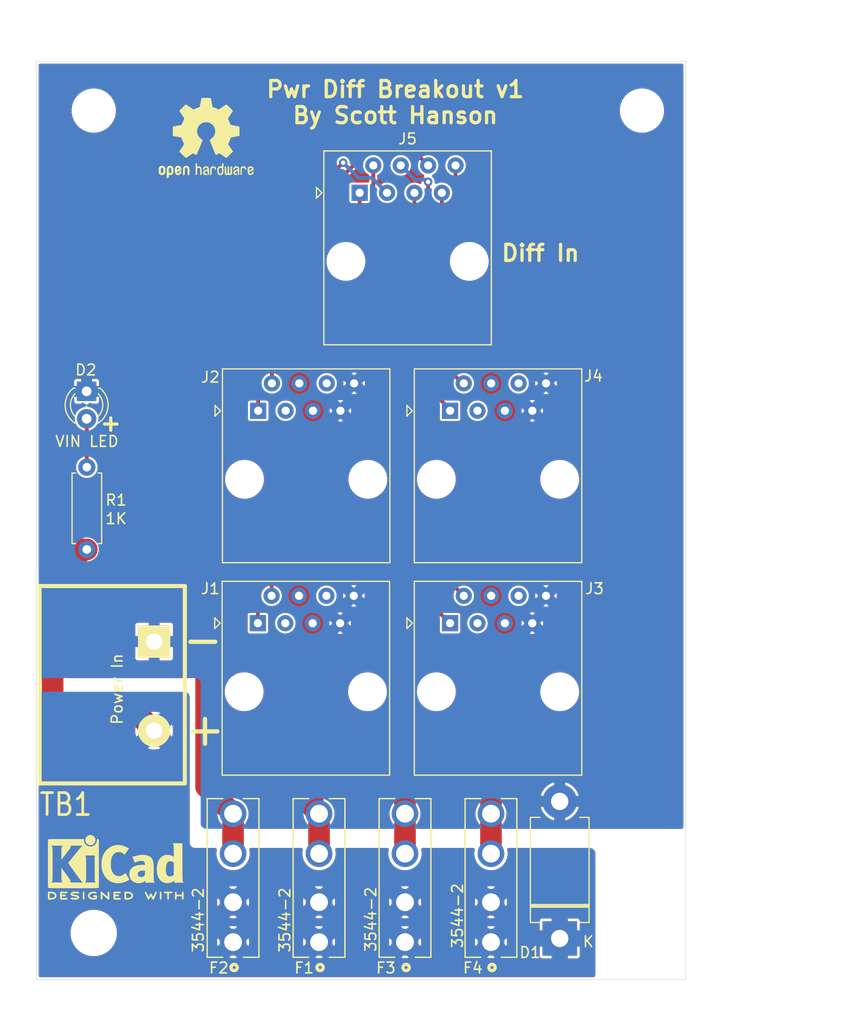
<source format=kicad_pcb>
(kicad_pcb (version 20171130) (host pcbnew "(5.1.5)-3")
  (title_block (title "Pwr Diff Breakout") (date 2020-04-19) (rev v1) (company "Scott Hanson"))
  (layers (0 F.Cu signal) (31 B.Cu signal) (34 B.Paste user) (35 F.Paste user) (36 B.SilkS user) (37 F.SilkS user) (38 B.Mask user) (39 F.Mask user) (44 Edge.Cuts user))
  (net 0 "")
  (net 1 GND)
  (net 2 VIN1)
  (net 3 "Net-(D2-Pad2)")
  (net 4 VOUT1)
  (net 5 VOUT2)
  (net 6 VOUT3)
  (net 7 VOUT4)
  (net 8 "Net-(J1-Pad6)")
  (net 9 "Net-(J1-Pad3)")
  (net 10 "Net-(J1-Pad2)")
  (net 11 "Net-(J1-Pad1)")
  (net 12 "Net-(J2-Pad6)")
  (net 13 "Net-(J2-Pad3)")
  (net 14 "Net-(J2-Pad2)")
  (net 15 "Net-(J2-Pad1)")
  (net 16 "Net-(J3-Pad6)")
  (net 17 "Net-(J3-Pad3)")
  (net 18 "Net-(J3-Pad2)")
  (net 19 "Net-(J3-Pad1)")
  (net 20 "Net-(J4-Pad6)")
  (net 21 "Net-(J4-Pad3)")
  (net 22 "Net-(J4-Pad2)")
  (net 23 "Net-(J4-Pad1)")
  (module MountingHole:MountingHole_3.7mm (layer F.Cu) (at 76.691 149.4198)
    (fp_text reference REF**)
    (fp_text value MountingHole_3.7mm)
    (pad 1 np_thru_hole circle (at 0 0) (size 3.7 3.7) (drill 3.7) (layers *.Cu *.Mask))
  )
  (module Connector_RJ:RJ45_Amphenol_54602-x08_Horizontal (layer F.Cu) (at 101.329 80.8398)
    (fp_text reference J5 (at 4.445 -5) (layer F.SilkS))
    (fp_text value RJ45)
    (pad 8 thru_hole circle (at 8.89 -2.54) (size 1.5 1.5) (drill 0.76) (layers *.Cu *.Mask) (net 22 "Net-(J4-Pad2)"))
    (pad 7 thru_hole circle (at 7.62 0) (size 1.5 1.5) (drill 0.76) (layers *.Cu *.Mask) (net 23 "Net-(J4-Pad1)"))
    (pad 6 thru_hole circle (at 6.35 -2.54) (size 1.5 1.5) (drill 0.76) (layers *.Cu *.Mask) (net 14 "Net-(J2-Pad2)"))
    (pad 5 thru_hole circle (at 5.08 0) (size 1.5 1.5) (drill 0.76) (layers *.Cu *.Mask) (net 19 "Net-(J3-Pad1)"))
    (pad 4 thru_hole circle (at 3.81 -2.54) (size 1.5 1.5) (drill 0.76) (layers *.Cu *.Mask) (net 18 "Net-(J3-Pad2)"))
    (pad 3 thru_hole circle (at 2.54 0) (size 1.5 1.5) (drill 0.76) (layers *.Cu *.Mask) (net 15 "Net-(J2-Pad1)"))
    (pad 2 thru_hole circle (at 1.27 -2.54) (size 1.5 1.5) (drill 0.76) (layers *.Cu *.Mask) (net 10 "Net-(J1-Pad2)"))
    (pad 1 thru_hole rect (at 0 0) (size 1.5 1.5) (drill 0.76) (layers *.Cu *.Mask) (net 11 "Net-(J1-Pad1)"))
    (pad "" np_thru_hole circle (at -1.27 6.35) (size 3.2 3.2) (drill 3.2) (layers *.Cu *.Mask))
    (pad "" np_thru_hole circle (at 10.16 6.35) (size 3.2 3.2) (drill 3.2) (layers *.Cu *.Mask))
  )
  (module Barrier_Blocks:BARRIER_BLOCK_1ROW_2POS_P8.26MM (layer F.Cu) (at 78.401 126.4178 270)
    (fp_text reference TB1 (at 11.1 4.3 180) (layer F.SilkS) (effects (font (size 2.032 1.778) (thickness 0.254))))
    (fp_text value "Power In" (at 0.4064 -0.4572 90) (layer F.SilkS) (effects (font (thickness 0.1524))))
    (pad 1 thru_hole rect (at -3.99796 -3.8862 270) (size 3 3) (drill 1.5) (layers *.Cu *.Mask F.SilkS) (net 1 GND))
    (pad 2 thru_hole circle (at 4.25196 -3.8862 270) (size 3 3) (drill 1.5) (layers *.Cu *.Mask F.SilkS) (net 2 VIN1))
  )
  (module Symbol:KiCad-Logo2_5mm_SilkScreen (layer F.Cu) (at 78.723 143.3238)
    (fp_text reference REF** hide)
    (fp_text value KiCad-Logo2_5mm_SilkScreen hide)
  )
  (module Keystone_Fuse:FUSE_3544-2 (layer F.Cu) (at 113.501 144.3178 90)
    (fp_text reference F4 (at -8.34 -1.685 180) (layer F.SilkS))
    (fp_text value 3544-2 (at -3.5 -3.1 90) (layer F.SilkS))
    (pad 2_2 thru_hole circle (at 5.95 0 90) (size 2.475 2.475) (drill 1.65) (layers *.Cu *.Mask) (net 7 VOUT4))
    (pad 1_1 thru_hole circle (at -5.95 0 90) (size 2.475 2.475) (drill 1.65) (layers *.Cu *.Mask) (net 2 VIN1))
    (pad 2_1 thru_hole circle (at 2.25 0 90) (size 2.475 2.475) (drill 1.65) (layers *.Cu *.Mask) (net 7 VOUT4))
    (pad 1_2 thru_hole circle (at -2.25 0 90) (size 2.475 2.475) (drill 1.65) (layers *.Cu *.Mask) (net 2 VIN1))
  )
  (module Keystone_Fuse:FUSE_3544-2 (layer F.Cu) (at 105.534332 144.3178 90)
    (fp_text reference F3 (at -8.34 -1.77 180) (layer F.SilkS))
    (fp_text value 3544-2 (at -3.84 -3.17 90) (layer F.SilkS))
    (pad 2_2 thru_hole circle (at 5.95 0 90) (size 2.475 2.475) (drill 1.65) (layers *.Cu *.Mask) (net 6 VOUT3))
    (pad 1_1 thru_hole circle (at -5.95 0 90) (size 2.475 2.475) (drill 1.65) (layers *.Cu *.Mask) (net 2 VIN1))
    (pad 2_1 thru_hole circle (at 2.25 0 90) (size 2.475 2.475) (drill 1.65) (layers *.Cu *.Mask) (net 6 VOUT3))
    (pad 1_2 thru_hole circle (at -2.25 0 90) (size 2.475 2.475) (drill 1.65) (layers *.Cu *.Mask) (net 2 VIN1))
  )
  (module Keystone_Fuse:FUSE_3544-2 (layer F.Cu) (at 89.601 144.3178 90)
    (fp_text reference F2 (at -8.34 -1.325 180) (layer F.SilkS))
    (fp_text value 3544-2 (at -3.9 -3.225 90) (layer F.SilkS))
    (pad 2_2 thru_hole circle (at 5.95 0 90) (size 2.475 2.475) (drill 1.65) (layers *.Cu *.Mask) (net 5 VOUT2))
    (pad 1_1 thru_hole circle (at -5.95 0 90) (size 2.475 2.475) (drill 1.65) (layers *.Cu *.Mask) (net 2 VIN1))
    (pad 2_1 thru_hole circle (at 2.25 0 90) (size 2.475 2.475) (drill 1.65) (layers *.Cu *.Mask) (net 5 VOUT2))
    (pad 1_2 thru_hole circle (at -2.25 0 90) (size 2.475 2.475) (drill 1.65) (layers *.Cu *.Mask) (net 2 VIN1))
  )
  (module Keystone_Fuse:FUSE_3544-2 (layer F.Cu) (at 97.567666 144.3178 90)
    (fp_text reference F1 (at -8.34 -1.38 180) (layer F.SilkS))
    (fp_text value 3544-2 (at -3.9 -3.166666 90) (layer F.SilkS))
    (pad 2_2 thru_hole circle (at 5.95 0 90) (size 2.475 2.475) (drill 1.65) (layers *.Cu *.Mask) (net 4 VOUT1))
    (pad 1_1 thru_hole circle (at -5.95 0 90) (size 2.475 2.475) (drill 1.65) (layers *.Cu *.Mask) (net 2 VIN1))
    (pad 2_1 thru_hole circle (at 2.25 0 90) (size 2.475 2.475) (drill 1.65) (layers *.Cu *.Mask) (net 4 VOUT1))
    (pad 1_2 thru_hole circle (at -2.25 0 90) (size 2.475 2.475) (drill 1.65) (layers *.Cu *.Mask) (net 2 VIN1))
  )
  (module Connector_RJ:RJ45_Amphenol_54602-x08_Horizontal (layer F.Cu) (at 91.931 101.0328)
    (fp_text reference J2 (at -4.43 -3.115) (layer F.SilkS))
    (fp_text value RJ45)
    (pad 8 thru_hole circle (at 8.89 -2.54) (size 1.5 1.5) (drill 0.76) (layers *.Cu *.Mask) (net 1 GND))
    (pad 7 thru_hole circle (at 7.62 0) (size 1.5 1.5) (drill 0.76) (layers *.Cu *.Mask) (net 1 GND))
    (pad 6 thru_hole circle (at 6.35 -2.54) (size 1.5 1.5) (drill 0.76) (layers *.Cu *.Mask) (net 12 "Net-(J2-Pad6)"))
    (pad 5 thru_hole circle (at 5.08 0) (size 1.5 1.5) (drill 0.76) (layers *.Cu *.Mask) (net 5 VOUT2))
    (pad 4 thru_hole circle (at 3.81 -2.54) (size 1.5 1.5) (drill 0.76) (layers *.Cu *.Mask) (net 5 VOUT2))
    (pad 3 thru_hole circle (at 2.54 0) (size 1.5 1.5) (drill 0.76) (layers *.Cu *.Mask) (net 13 "Net-(J2-Pad3)"))
    (pad 2 thru_hole circle (at 1.27 -2.54) (size 1.5 1.5) (drill 0.76) (layers *.Cu *.Mask) (net 14 "Net-(J2-Pad2)"))
    (pad 1 thru_hole rect (at 0 0) (size 1.5 1.5) (drill 0.76) (layers *.Cu *.Mask) (net 15 "Net-(J2-Pad1)"))
    (pad "" np_thru_hole circle (at -1.27 6.35) (size 3.2 3.2) (drill 3.2) (layers *.Cu *.Mask))
    (pad "" np_thru_hole circle (at 10.16 6.35) (size 3.2 3.2) (drill 3.2) (layers *.Cu *.Mask))
  )
  (module Connector_RJ:RJ45_Amphenol_54602-x08_Horizontal (layer F.Cu) (at 91.901 120.7178)
    (fp_text reference J1 (at -4.4 -3.2) (layer F.SilkS))
    (fp_text value RJ45)
    (pad 8 thru_hole circle (at 8.89 -2.54) (size 1.5 1.5) (drill 0.76) (layers *.Cu *.Mask) (net 1 GND))
    (pad 7 thru_hole circle (at 7.62 0) (size 1.5 1.5) (drill 0.76) (layers *.Cu *.Mask) (net 1 GND))
    (pad 6 thru_hole circle (at 6.35 -2.54) (size 1.5 1.5) (drill 0.76) (layers *.Cu *.Mask) (net 8 "Net-(J1-Pad6)"))
    (pad 5 thru_hole circle (at 5.08 0) (size 1.5 1.5) (drill 0.76) (layers *.Cu *.Mask) (net 4 VOUT1))
    (pad 4 thru_hole circle (at 3.81 -2.54) (size 1.5 1.5) (drill 0.76) (layers *.Cu *.Mask) (net 4 VOUT1))
    (pad 3 thru_hole circle (at 2.54 0) (size 1.5 1.5) (drill 0.76) (layers *.Cu *.Mask) (net 9 "Net-(J1-Pad3)"))
    (pad 2 thru_hole circle (at 1.27 -2.54) (size 1.5 1.5) (drill 0.76) (layers *.Cu *.Mask) (net 10 "Net-(J1-Pad2)"))
    (pad 1 thru_hole rect (at 0 0) (size 1.5 1.5) (drill 0.76) (layers *.Cu *.Mask) (net 11 "Net-(J1-Pad1)"))
    (pad "" np_thru_hole circle (at -1.27 6.35) (size 3.2 3.2) (drill 3.2) (layers *.Cu *.Mask))
    (pad "" np_thru_hole circle (at 10.16 6.35) (size 3.2 3.2) (drill 3.2) (layers *.Cu *.Mask))
  )
  (module MountingHole:MountingHole_3.7mm (layer F.Cu) (at 127.491 73.2198)
    (fp_text reference REF**)
    (fp_text value MountingHole_3.7mm)
    (pad 1 np_thru_hole circle (at 0 0) (size 3.7 3.7) (drill 3.7) (layers *.Cu *.Mask))
  )
  (module Connector_RJ:RJ45_Amphenol_54602-x08_Horizontal (layer F.Cu) (at 109.711 120.7178)
    (fp_text reference J3 (at 13.39 -3.2) (layer F.SilkS))
    (fp_text value RJ45)
    (pad 8 thru_hole circle (at 8.89 -2.54) (size 1.5 1.5) (drill 0.76) (layers *.Cu *.Mask) (net 1 GND))
    (pad 7 thru_hole circle (at 7.62 0) (size 1.5 1.5) (drill 0.76) (layers *.Cu *.Mask) (net 1 GND))
    (pad 6 thru_hole circle (at 6.35 -2.54) (size 1.5 1.5) (drill 0.76) (layers *.Cu *.Mask) (net 16 "Net-(J3-Pad6)"))
    (pad 5 thru_hole circle (at 5.08 0) (size 1.5 1.5) (drill 0.76) (layers *.Cu *.Mask) (net 6 VOUT3))
    (pad 4 thru_hole circle (at 3.81 -2.54) (size 1.5 1.5) (drill 0.76) (layers *.Cu *.Mask) (net 6 VOUT3))
    (pad 3 thru_hole circle (at 2.54 0) (size 1.5 1.5) (drill 0.76) (layers *.Cu *.Mask) (net 17 "Net-(J3-Pad3)"))
    (pad 2 thru_hole circle (at 1.27 -2.54) (size 1.5 1.5) (drill 0.76) (layers *.Cu *.Mask) (net 18 "Net-(J3-Pad2)"))
    (pad 1 thru_hole rect (at 0 0) (size 1.5 1.5) (drill 0.76) (layers *.Cu *.Mask) (net 19 "Net-(J3-Pad1)"))
    (pad "" np_thru_hole circle (at -1.27 6.35) (size 3.2 3.2) (drill 3.2) (layers *.Cu *.Mask))
    (pad "" np_thru_hole circle (at 10.16 6.35) (size 3.2 3.2) (drill 3.2) (layers *.Cu *.Mask))
  )
  (module Connector_RJ:RJ45_Amphenol_54602-x08_Horizontal (layer F.Cu) (at 109.711 101.0328)
    (fp_text reference J4 (at 13.29 -3.215) (layer F.SilkS))
    (fp_text value RJ45)
    (pad 8 thru_hole circle (at 8.89 -2.54) (size 1.5 1.5) (drill 0.76) (layers *.Cu *.Mask) (net 1 GND))
    (pad 7 thru_hole circle (at 7.62 0) (size 1.5 1.5) (drill 0.76) (layers *.Cu *.Mask) (net 1 GND))
    (pad 6 thru_hole circle (at 6.35 -2.54) (size 1.5 1.5) (drill 0.76) (layers *.Cu *.Mask) (net 20 "Net-(J4-Pad6)"))
    (pad 5 thru_hole circle (at 5.08 0) (size 1.5 1.5) (drill 0.76) (layers *.Cu *.Mask) (net 7 VOUT4))
    (pad 4 thru_hole circle (at 3.81 -2.54) (size 1.5 1.5) (drill 0.76) (layers *.Cu *.Mask) (net 7 VOUT4))
    (pad 3 thru_hole circle (at 2.54 0) (size 1.5 1.5) (drill 0.76) (layers *.Cu *.Mask) (net 21 "Net-(J4-Pad3)"))
    (pad 2 thru_hole circle (at 1.27 -2.54) (size 1.5 1.5) (drill 0.76) (layers *.Cu *.Mask) (net 22 "Net-(J4-Pad2)"))
    (pad 1 thru_hole rect (at 0 0) (size 1.5 1.5) (drill 0.76) (layers *.Cu *.Mask) (net 23 "Net-(J4-Pad1)"))
    (pad "" np_thru_hole circle (at -1.27 6.35) (size 3.2 3.2) (drill 3.2) (layers *.Cu *.Mask))
    (pad "" np_thru_hole circle (at 10.16 6.35) (size 3.2 3.2) (drill 3.2) (layers *.Cu *.Mask))
  )
  (module MountingHole:MountingHole_3.7mm (layer F.Cu) (at 76.691 73.2198)
    (fp_text reference REF**)
    (fp_text value MountingHole_3.7mm)
    (pad 1 np_thru_hole circle (at 0 0) (size 3.7 3.7) (drill 3.7) (layers *.Cu *.Mask))
  )
  (module MountingHole:MountingHole_3.7mm (layer F.Cu) (at 127.491 149.4198)
    (fp_text reference REF**)
    (fp_text value MountingHole_3.7mm)
    (pad 1 np_thru_hole circle (at 0 0) (size 3.7 3.7) (drill 3.7) (layers *.Cu *.Mask))
  )
  (module LED_THT:LED_D3.0mm_Clear (layer F.Cu) (at 76.029 99.2328 270)
    (fp_text reference D2 (at -1.98 0.07 180) (layer F.SilkS))
    (fp_text value "VIN LED" (at 4.64 -0.03 180) (layer F.SilkS))
    (pad 2 thru_hole circle (at 2.54 0 270) (size 1.8 1.8) (drill 0.9) (layers *.Cu *.Mask) (net 3 "Net-(D2-Pad2)"))
    (pad 1 thru_hole rect (at 0 0 270) (size 1.8 1.8) (drill 0.9) (layers *.Cu *.Mask) (net 1 GND))
  )
  (module Resistor_THT:R_Axial_DIN0207_L6.3mm_D2.5mm_P7.62mm_Horizontal (layer F.Cu) (at 76.049 106.2628 270)
    (fp_text reference R1 (at 3.05 -2.71 180) (layer F.SilkS))
    (fp_text value 1K (at 4.77 -2.71 180) (layer F.SilkS))
    (pad 2 thru_hole oval (at 7.62 0 270) (size 1.6 1.6) (drill 0.8) (layers *.Cu *.Mask) (net 2 VIN1))
    (pad 1 thru_hole circle (at 0 0 270) (size 1.6 1.6) (drill 0.8) (layers *.Cu *.Mask) (net 3 "Net-(D2-Pad2)"))
  )
  (module Symbol:OSHW-Logo2_9.8x8mm_SilkScreen (layer F.Cu) (at 87.105 75.7598)
    (fp_text reference REF** hide)
    (fp_text value OSHW-Logo2_9.8x8mm_SilkScreen hide)
  )
  (module Diode_THT:D_DO-201AD_P12.70mm_Horizontal (layer F.Cu) (at 119.871 149.9278 90)
    (fp_text reference D1 (at -1.3 -2.7496 180) (layer F.SilkS))
    (fp_text value SB5100-T)
    (fp_text user K (at -0.3 2.6504 180) (layer F.SilkS))
    (pad 2 thru_hole oval (at 12.7 0 90) (size 3.2 3.2) (drill 1.6) (layers *.Cu *.Mask) (net 1 GND))
    (pad 1 thru_hole rect (at 0 0 90) (size 3.2 3.2) (drill 1.6) (layers *.Cu *.Mask) (net 2 VIN1))
  )
  (gr_text "Diff In" (at 118.093 86.4278) (layer F.SilkS) (effects (font (size 1.5 1.5) (thickness 0.3))))
  (gr_text + (at 78.159 102.2628 90) (layer F.SilkS) (effects (font (size 1.5 1.5) (thickness 0.3))))
  (gr_text "Pwr Diff Breakout v1\nBy Scott Hanson" (at 104.631 72.4578) (layer F.SilkS) (effects (font (size 1.5 1.5) (thickness 0.3))))
  (gr_line (start 131.555 68.6478) (end 71.357 68.6478) (layer Edge.Cuts) (width 0.05))
  (gr_line (start 131.555 153.7378) (end 131.555 68.6478) (layer Edge.Cuts) (width 0.05))
  (gr_line (start 131.555 153.7378) (end 71.357 153.7378) (layer Edge.Cuts) (width 0.05))
  (gr_text + (at 87.001 130.5178) (layer F.SilkS) (effects (font (size 3 3) (thickness 0.4))))
  (gr_text - (at 86.801 122.2178) (layer F.SilkS) (effects (font (size 3 3) (thickness 0.4))))
  (gr_line (start 71.357 68.6478) (end 71.357 153.7378) (layer Edge.Cuts) (width 0.05))
  (segment (start 80.735241 129.117801) (end 82.2872 130.66976) (width 2) (layer F.Cu) (net 2))
  (segment (start 72.881 129.117801) (end 80.735241 129.117801) (width 2) (layer F.Cu) (net 2))
  (segment (start 72.881 116.7253) (end 72.881 129.117801) (width 2) (layer F.Cu) (net 2))
  (segment (start 76.049 113.8828) (end 75.7235 113.8828) (width 2) (layer F.Cu) (net 2))
  (segment (start 75.7235 113.8828) (end 72.881 116.7253) (width 2) (layer F.Cu) (net 2))
  (segment (start 76.049 101.7928) (end 76.029 101.7728) (width 0.35) (layer F.Cu) (net 3))
  (segment (start 76.049 106.2628) (end 76.049 101.7928) (width 0.35) (layer F.Cu) (net 3))
  (segment (start 95.711 118.597802) (end 95.711 118.1778) (width 2) (layer F.Cu) (net 4))
  (segment (start 96.981 119.867802) (end 95.711 118.597802) (width 2) (layer F.Cu) (net 4))
  (segment (start 96.981 120.7178) (end 96.981 119.867802) (width 2) (layer F.Cu) (net 4))
  (segment (start 96.981 137.781134) (end 97.567666 138.3678) (width 2) (layer F.Cu) (net 4))
  (segment (start 96.981 120.7178) (end 96.981 137.781134) (width 2) (layer F.Cu) (net 4))
  (segment (start 97.567666 142.0678) (end 97.567666 138.3678) (width 2) (layer F.Cu) (net 4))
  (segment (start 97.011 100.612798) (end 97.011 101.0328) (width 2) (layer F.Cu) (net 5))
  (segment (start 95.741 99.342798) (end 97.011 100.612798) (width 2) (layer F.Cu) (net 5))
  (segment (start 95.741 98.4928) (end 95.741 99.342798) (width 2) (layer F.Cu) (net 5))
  (segment (start 87.101 135.8678) (end 89.601 138.3678) (width 2) (layer F.Cu) (net 5))
  (segment (start 97.011 101.0328) (end 97.011 105.8078) (width 2) (layer F.Cu) (net 5))
  (segment (start 97.011 105.8078) (end 87.101 115.7178) (width 2) (layer F.Cu) (net 5))
  (segment (start 89.601 142.0678) (end 89.601 138.3678) (width 2) (layer F.Cu) (net 5))
  (segment (start 87.101 115.7178) (end 87.101 135.8678) (width 2) (layer F.Cu) (net 5))
  (segment (start 113.521 118.597802) (end 113.521 118.1778) (width 2) (layer F.Cu) (net 6))
  (segment (start 114.791 119.867802) (end 113.521 118.597802) (width 2) (layer F.Cu) (net 6))
  (segment (start 114.791 120.7178) (end 114.791 119.867802) (width 2) (layer F.Cu) (net 6))
  (segment (start 114.791 126.8278) (end 114.791 120.7178) (width 2) (layer F.Cu) (net 6))
  (segment (start 105.534332 138.3678) (end 105.534332 136.084468) (width 2) (layer F.Cu) (net 6))
  (segment (start 105.534332 136.084468) (end 114.791 126.8278) (width 2) (layer F.Cu) (net 6))
  (segment (start 105.534332 138.3678) (end 105.534332 142.0678) (width 2) (layer F.Cu) (net 6))
  (segment (start 113.521 98.912802) (end 113.521 98.4928) (width 2) (layer F.Cu) (net 7))
  (segment (start 114.791 100.182802) (end 113.521 98.912802) (width 2) (layer F.Cu) (net 7))
  (segment (start 114.791 101.0328) (end 114.791 100.182802) (width 2) (layer F.Cu) (net 7))
  (segment (start 113.501 142.0678) (end 113.501 138.3678) (width 2) (layer F.Cu) (net 7))
  (segment (start 114.791 110.0078) (end 114.791 101.0328) (width 2) (layer F.Cu) (net 7))
  (segment (start 123.501 118.7178) (end 114.791 110.0078) (width 2) (layer F.Cu) (net 7))
  (segment (start 113.501 136.0178) (end 117.401 132.1178) (width 2) (layer F.Cu) (net 7))
  (segment (start 113.501 138.3678) (end 113.501 136.0178) (width 2) (layer F.Cu) (net 7))
  (segment (start 117.401 132.1178) (end 120.401 132.1178) (width 2) (layer F.Cu) (net 7))
  (segment (start 120.401 132.1178) (end 123.501 129.0178) (width 2) (layer F.Cu) (net 7))
  (segment (start 123.501 129.0178) (end 123.501 118.7178) (width 2) (layer F.Cu) (net 7))
  (segment (start 93.171 118.1778) (end 93.171 113.025632) (width 0.35) (layer F.Cu) (net 10))
  (segment (start 102.599 79.36046) (end 102.599 78.2998) (width 0.35) (layer F.Cu) (net 10))
  (segment (start 103.869 102.327632) (end 103.869 82.9858) (width 0.35) (layer F.Cu) (net 10))
  (segment (start 93.171 113.025632) (end 103.869 102.327632) (width 0.35) (layer F.Cu) (net 10))
  (segment (start 102.599 81.7158) (end 102.599 79.36046) (width 0.35) (layer F.Cu) (net 10))
  (segment (start 103.869 82.9858) (end 102.599 81.7158) (width 0.35) (layer F.Cu) (net 10))
  (segment (start 91.901 119.6178) (end 91.901 120.7178) (width 0.35) (layer F.Cu) (net 11))
  (segment (start 101.329 80.8398) (end 101.329 81.9398) (width 0.35) (layer F.Cu) (net 11))
  (segment (start 101.329 81.9398) (end 102.701 83.3118) (width 0.35) (layer F.Cu) (net 11))
  (segment (start 91.901 113.5178) (end 91.901 119.6178) (width 0.35) (layer F.Cu) (net 11))
  (segment (start 102.701 83.3118) (end 102.701 102.7178) (width 0.35) (layer F.Cu) (net 11))
  (segment (start 102.701 102.7178) (end 91.901 113.5178) (width 0.35) (layer F.Cu) (net 11))
  (segment (start 93.201 98.4178) (end 93.201 98.4928) (width 0.35) (layer F.Cu) (net 14))
  (segment (start 93.201 85.849299) (end 93.201 97.43214) (width 0.35) (layer F.Cu) (net 14))
  (segment (start 102.020499 77.0298) (end 93.201 85.849299) (width 0.35) (layer F.Cu) (net 14))
  (segment (start 93.201 97.43214) (end 93.201 98.4928) (width 0.35) (layer F.Cu) (net 14))
  (segment (start 107.679 78.2998) (end 106.409 77.0298) (width 0.35) (layer F.Cu) (net 14))
  (segment (start 106.409 77.0298) (end 102.020499 77.0298) (width 0.35) (layer F.Cu) (net 14))
  (segment (start 91.931 101.0328) (end 91.931 85.9198) (width 0.35) (layer F.Cu) (net 15))
  (segment (start 99.405001 78.445799) (end 99.805 78.0458) (width 0.35) (layer F.Cu) (net 15))
  (segment (start 102.490995 79.461795) (end 101.220995 79.461795) (width 0.35) (layer B.Cu) (net 15))
  (segment (start 103.869 80.8398) (end 102.490995 79.461795) (width 0.35) (layer B.Cu) (net 15))
  (segment (start 91.931 85.9198) (end 99.405001 78.445799) (width 0.35) (layer F.Cu) (net 15))
  (via (at 99.805 78.0458) (size 0.8) (drill 0.4) (layers F.Cu B.Cu) (net 15))
  (segment (start 100.204999 78.445799) (end 99.805 78.0458) (width 0.35) (layer B.Cu) (net 15))
  (segment (start 101.220995 79.461795) (end 100.204999 78.445799) (width 0.35) (layer B.Cu) (net 15))
  (via (at 107.679 79.8238) (size 0.8) (drill 0.4) (layers F.Cu B.Cu) (net 18))
  (segment (start 105.901 113.0978) (end 105.901 84.170628) (width 0.35) (layer F.Cu) (net 18))
  (segment (start 105.901 84.170628) (end 107.679 82.392628) (width 0.35) (layer F.Cu) (net 18))
  (segment (start 110.981 118.1778) (end 105.901 113.0978) (width 0.35) (layer F.Cu) (net 18))
  (segment (start 107.679 80.389485) (end 107.679 79.8238) (width 0.35) (layer F.Cu) (net 18))
  (segment (start 107.679 82.392628) (end 107.679 80.389485) (width 0.35) (layer F.Cu) (net 18))
  (segment (start 105.888999 79.049799) (end 105.139 78.2998) (width 0.35) (layer B.Cu) (net 18))
  (segment (start 106.457 79.6178) (end 105.888999 79.049799) (width 0.35) (layer B.Cu) (net 18))
  (segment (start 107.679 79.8238) (end 107.473 79.6178) (width 0.35) (layer B.Cu) (net 18))
  (segment (start 107.473 79.6178) (end 106.457 79.6178) (width 0.35) (layer B.Cu) (net 18))
  (segment (start 109.701 120.7178) (end 109.711 120.7178) (width 0.35) (layer F.Cu) (net 19))
  (segment (start 105.101 116.1178) (end 109.701 120.7178) (width 0.35) (layer F.Cu) (net 19))
  (segment (start 105.101 83.8178) (end 105.101 116.1178) (width 0.35) (layer F.Cu) (net 19))
  (segment (start 106.409 80.8398) (end 106.409 82.5098) (width 0.35) (layer F.Cu) (net 19))
  (segment (start 106.409 82.5098) (end 105.101 83.8178) (width 0.35) (layer F.Cu) (net 19))
  (segment (start 110.219 83.1258) (end 110.219 78.2998) (width 0.35) (layer F.Cu) (net 22))
  (segment (start 107.933 85.4118) (end 110.219 83.1258) (width 0.35) (layer F.Cu) (net 22))
  (segment (start 107.933 95.5718) (end 107.933 85.4118) (width 0.35) (layer F.Cu) (net 22))
  (segment (start 110.981 98.4928) (end 110.854 98.4928) (width 0.35) (layer F.Cu) (net 22))
  (segment (start 110.854 98.4928) (end 107.933 95.5718) (width 0.35) (layer F.Cu) (net 22))
  (segment (start 106.917 98.1118) (end 109.711 100.9058) (width 0.35) (layer F.Cu) (net 23))
  (segment (start 109.711 100.9058) (end 109.711 101.0328) (width 0.35) (layer F.Cu) (net 23))
  (segment (start 108.949 80.8398) (end 108.949 82.3698) (width 0.35) (layer F.Cu) (net 23))
  (segment (start 106.917 84.4018) (end 106.917 98.1118) (width 0.35) (layer F.Cu) (net 23))
  (segment (start 108.949 82.3698) (end 106.917 84.4018) (width 0.35) (layer F.Cu) (net 23))
  (zone (net 2) (net_name VIN1) (layer F.Cu) (connect_pads (clearance 0.2)) (min_thickness 0.3) (fill yes (arc_segments 32) (thermal_gap 0.25) (thermal_bridge_width 1.5) (smoothing fillet) (radius 0.508))
    (polygon (pts (xy 71.357 153.7378) (xy 123.173 153.7378) (xy 123.173 141.5458) (xy 85.581 141.5458) (xy 85.581 127.0678) (xy 71.357 127.0678)))
  )
  (zone (net 2) (net_name VIN1) (layer B.Cu) (connect_pads (clearance 0.2)) (min_thickness 0.3) (fill yes (arc_segments 32) (thermal_gap 0.25) (thermal_bridge_width 1.5) (smoothing fillet) (radius 0.508))
    (polygon (pts (xy 71.357 153.7378) (xy 123.173 153.7378) (xy 123.173 141.5458) (xy 85.581 141.5458) (xy 85.581 127.0678) (xy 71.357 127.0678)))
  )
  (zone (net 1) (net_name GND) (layer B.Cu) (connect_pads (clearance 0.2)) (min_thickness 0.3) (fill yes (arc_segments 32) (thermal_gap 0.25) (thermal_bridge_width 1) (smoothing fillet) (radius 0.508))
    (polygon (pts (xy 71.357 68.6478) (xy 131.601 68.6478) (xy 131.601 139.7678) (xy 86.597 139.7678) (xy 86.597 125.7978) (xy 71.357 125.7978)))
  )
  (zone (net 1) (net_name GND) (layer F.Cu) (connect_pads (clearance 0.2)) (min_thickness 0.3) (fill yes (arc_segments 32) (thermal_gap 0.25) (thermal_bridge_width 1) (smoothing fillet) (radius 0.508))
    (polygon (pts (xy 71.357 68.6478) (xy 71.357 125.7978) (xy 86.597 125.7978) (xy 86.597 139.7678) (xy 131.601 139.7778) (xy 131.601 68.6578)))
  )
)
</source>
